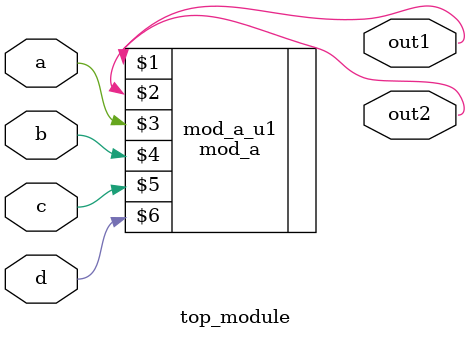
<source format=v>
module top_module ( 
    input a, 
    input b, 
    input c,
    input d,
    output out1,
    output out2
);

    mod_a mod_a_u1 (out1, out2, a, b, c, d);

endmodule

</source>
